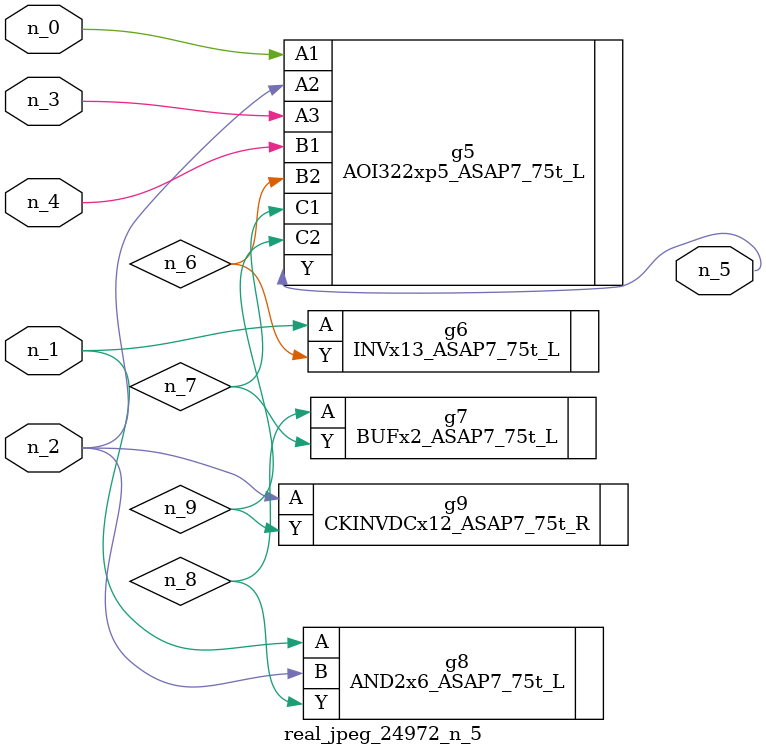
<source format=v>
module real_jpeg_24972_n_5 (n_4, n_0, n_1, n_2, n_3, n_5);

input n_4;
input n_0;
input n_1;
input n_2;
input n_3;

output n_5;

wire n_8;
wire n_6;
wire n_7;
wire n_9;

AOI322xp5_ASAP7_75t_L g5 ( 
.A1(n_0),
.A2(n_2),
.A3(n_3),
.B1(n_4),
.B2(n_6),
.C1(n_7),
.C2(n_9),
.Y(n_5)
);

INVx13_ASAP7_75t_L g6 ( 
.A(n_1),
.Y(n_6)
);

AND2x6_ASAP7_75t_L g8 ( 
.A(n_1),
.B(n_2),
.Y(n_8)
);

CKINVDCx12_ASAP7_75t_R g9 ( 
.A(n_2),
.Y(n_9)
);

BUFx2_ASAP7_75t_L g7 ( 
.A(n_8),
.Y(n_7)
);


endmodule
</source>
